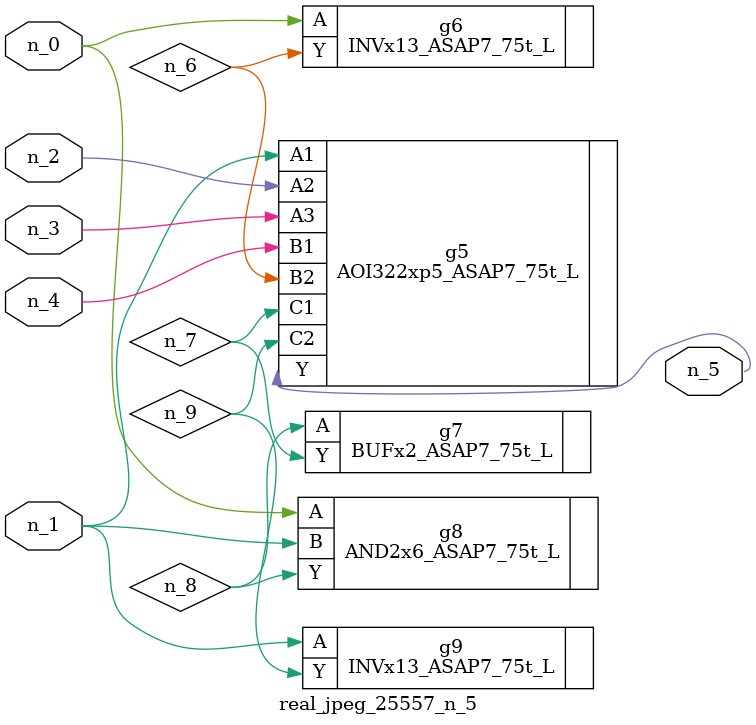
<source format=v>
module real_jpeg_25557_n_5 (n_4, n_0, n_1, n_2, n_3, n_5);

input n_4;
input n_0;
input n_1;
input n_2;
input n_3;

output n_5;

wire n_8;
wire n_6;
wire n_7;
wire n_9;

INVx13_ASAP7_75t_L g6 ( 
.A(n_0),
.Y(n_6)
);

AND2x6_ASAP7_75t_L g8 ( 
.A(n_0),
.B(n_1),
.Y(n_8)
);

AOI322xp5_ASAP7_75t_L g5 ( 
.A1(n_1),
.A2(n_2),
.A3(n_3),
.B1(n_4),
.B2(n_6),
.C1(n_7),
.C2(n_9),
.Y(n_5)
);

INVx13_ASAP7_75t_L g9 ( 
.A(n_1),
.Y(n_9)
);

BUFx2_ASAP7_75t_L g7 ( 
.A(n_8),
.Y(n_7)
);


endmodule
</source>
